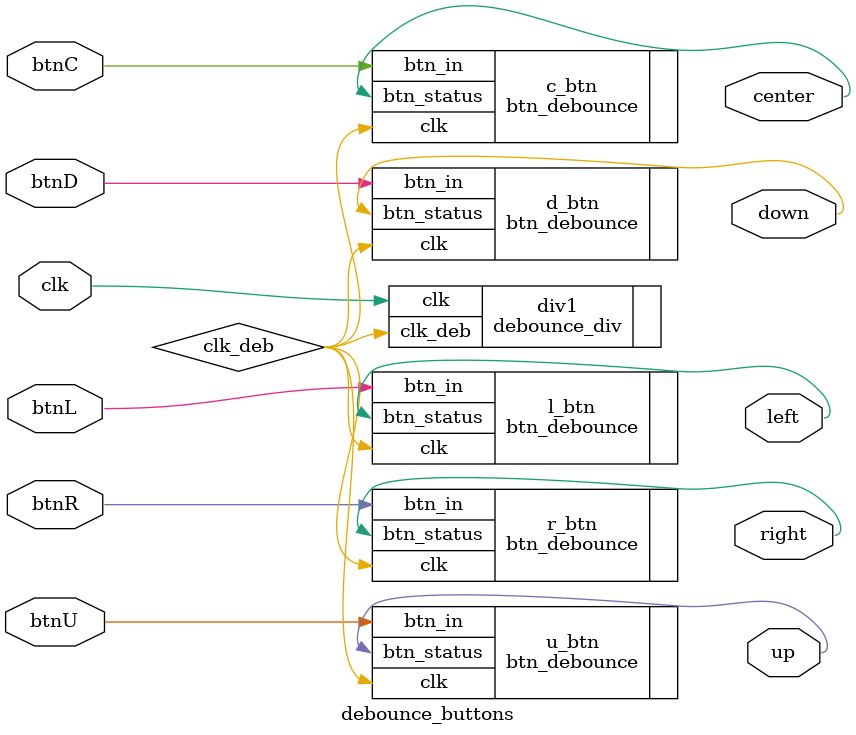
<source format=v>
`timescale 1ns / 1ps

module debounce_buttons (
     input clk,
     input btnL, btnC, btnR, btnU, btnD,
     output left, center, right, up, down
     );   
     wire clk_deb;
     
    debounce_div div1  (.clk(clk), .clk_deb(clk_deb));
    btn_debounce u_btn (.clk(clk_deb), .btn_in(btnU), .btn_status(up));
    btn_debounce d_btn (.clk(clk_deb), .btn_in(btnD), .btn_status(down));
    btn_debounce l_btn (.clk(clk_deb), .btn_in(btnL), .btn_status(left));
    btn_debounce r_btn (.clk(clk_deb), .btn_in(btnR), .btn_status(right));
    btn_debounce c_btn (.clk(clk_deb), .btn_in(btnC), .btn_status(center));  
endmodule

</source>
